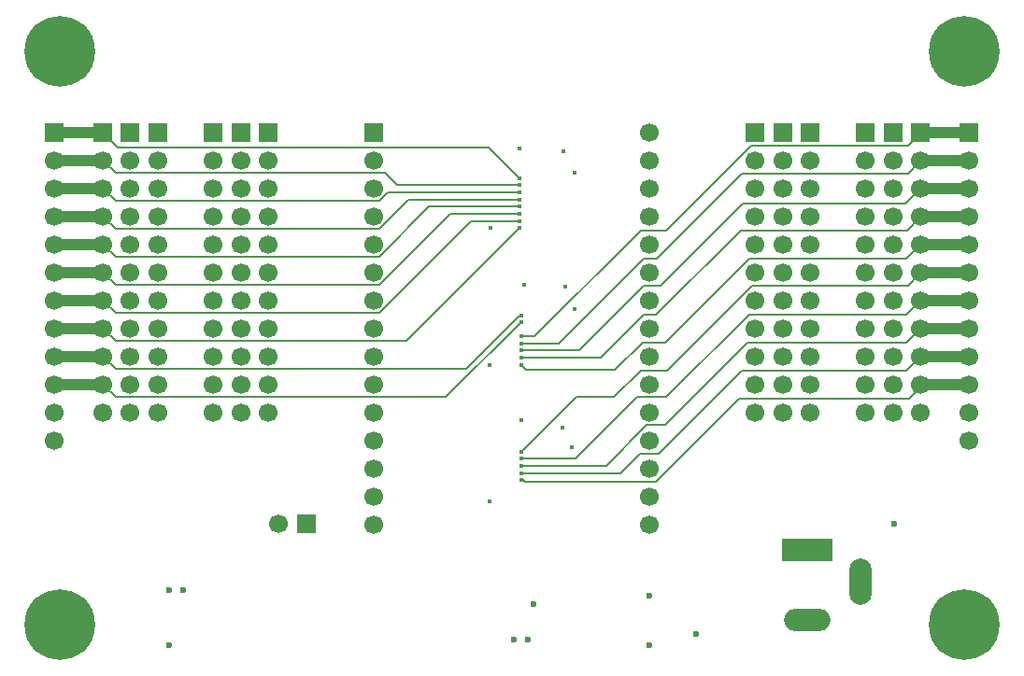
<source format=gbr>
%TF.GenerationSoftware,KiCad,Pcbnew,9.0.7*%
%TF.CreationDate,2026-02-14T10:56:32+01:00*%
%TF.ProjectId,ESP32_5V,45535033-325f-4355-962e-6b696361645f,rev?*%
%TF.SameCoordinates,Original*%
%TF.FileFunction,Copper,L4,Bot*%
%TF.FilePolarity,Positive*%
%FSLAX46Y46*%
G04 Gerber Fmt 4.6, Leading zero omitted, Abs format (unit mm)*
G04 Created by KiCad (PCBNEW 9.0.7) date 2026-02-14 10:56:32*
%MOMM*%
%LPD*%
G01*
G04 APERTURE LIST*
%TA.AperFunction,ComponentPad*%
%ADD10C,0.800000*%
%TD*%
%TA.AperFunction,ComponentPad*%
%ADD11C,6.400000*%
%TD*%
%TA.AperFunction,ComponentPad*%
%ADD12R,4.600000X2.000000*%
%TD*%
%TA.AperFunction,ComponentPad*%
%ADD13O,4.200000X2.000000*%
%TD*%
%TA.AperFunction,ComponentPad*%
%ADD14O,2.000000X4.200000*%
%TD*%
%TA.AperFunction,ComponentPad*%
%ADD15R,1.700000X1.700000*%
%TD*%
%TA.AperFunction,ComponentPad*%
%ADD16C,1.700000*%
%TD*%
%TA.AperFunction,ViaPad*%
%ADD17C,0.600000*%
%TD*%
%TA.AperFunction,ViaPad*%
%ADD18C,0.400000*%
%TD*%
%TA.AperFunction,Conductor*%
%ADD19C,0.200000*%
%TD*%
%TA.AperFunction,Conductor*%
%ADD20C,1.000000*%
%TD*%
G04 APERTURE END LIST*
D10*
%TO.P,H2,1,1*%
%TO.N,GND*%
X142450000Y-35650000D03*
X143152944Y-33952944D03*
X143152944Y-37347056D03*
X144850000Y-33250000D03*
D11*
X144850000Y-35650000D03*
D10*
X144850000Y-38050000D03*
X146547056Y-33952944D03*
X146547056Y-37347056D03*
X147250000Y-35650000D03*
%TD*%
D12*
%TO.P,J17,1*%
%TO.N,VCC*%
X130600000Y-80900000D03*
D13*
%TO.P,J17,2*%
%TO.N,GND*%
X130600000Y-87200000D03*
D14*
%TO.P,J17,3*%
%TO.N,N/C*%
X135400000Y-83800000D03*
%TD*%
D10*
%TO.P,H4,1,1*%
%TO.N,GND*%
X142450000Y-87650000D03*
X143152944Y-85952944D03*
X143152944Y-89347056D03*
X144850000Y-85250000D03*
D11*
X144850000Y-87650000D03*
D10*
X144850000Y-90050000D03*
X146547056Y-85952944D03*
X146547056Y-89347056D03*
X147250000Y-87650000D03*
%TD*%
D15*
%TO.P,J7,1,Pin_1*%
%TO.N,/Conector_3V3/D22*%
X130850000Y-43000000D03*
D16*
%TO.P,J7,2,Pin_2*%
%TO.N,/Conector_3V3/D21*%
X130850000Y-45540000D03*
%TO.P,J7,3,Pin_3*%
%TO.N,/Conector_3V3/D19*%
X130850000Y-48080000D03*
%TO.P,J7,4,Pin_4*%
%TO.N,/Conector_3V3/D18*%
X130850000Y-50620000D03*
%TO.P,J7,5,Pin_5*%
%TO.N,/Conector_3V3/D5*%
X130850000Y-53160000D03*
%TO.P,J7,6,Pin_6*%
%TO.N,/Conector_3V3/D17*%
X130850000Y-55700000D03*
%TO.P,J7,7,Pin_7*%
%TO.N,/Conector_3V3/D16*%
X130850000Y-58240000D03*
%TO.P,J7,8,Pin_8*%
%TO.N,/Conector_3V3/D4*%
X130850000Y-60780000D03*
%TO.P,J7,9,Pin_9*%
%TO.N,/Conector_3V3/D2*%
X130850000Y-63320000D03*
%TO.P,J7,10,Pin_10*%
%TO.N,/Conector_3V3/D15*%
X130850000Y-65860000D03*
%TO.P,J7,11,Pin_11*%
%TO.N,unconnected-(J7-Pin_11-Pad11)*%
X130850000Y-68400000D03*
%TD*%
D15*
%TO.P,J11,1,Pin_1*%
%TO.N,GND*%
X71750000Y-43000000D03*
D16*
%TO.P,J11,2,Pin_2*%
X71750000Y-45540000D03*
%TO.P,J11,3,Pin_3*%
X71750000Y-48080000D03*
%TO.P,J11,4,Pin_4*%
X71750000Y-50620000D03*
%TO.P,J11,5,Pin_5*%
X71750000Y-53160000D03*
%TO.P,J11,6,Pin_6*%
X71750000Y-55700000D03*
%TO.P,J11,7,Pin_7*%
X71750000Y-58240000D03*
%TO.P,J11,8,Pin_8*%
X71750000Y-60780000D03*
%TO.P,J11,9,Pin_9*%
X71750000Y-63320000D03*
%TO.P,J11,10,Pin_10*%
X71750000Y-65860000D03*
%TO.P,J11,11,Pin_11*%
X71750000Y-68400000D03*
%TD*%
D15*
%TO.P,J3,1,Pin_1*%
%TO.N,+3V3*%
X128350000Y-43000000D03*
D16*
%TO.P,J3,2,Pin_2*%
X128350000Y-45540000D03*
%TO.P,J3,3,Pin_3*%
X128350000Y-48080000D03*
%TO.P,J3,4,Pin_4*%
X128350000Y-50620000D03*
%TO.P,J3,5,Pin_5*%
X128350000Y-53160000D03*
%TO.P,J3,6,Pin_6*%
X128350000Y-55700000D03*
%TO.P,J3,7,Pin_7*%
X128350000Y-58240000D03*
%TO.P,J3,8,Pin_8*%
X128350000Y-60780000D03*
%TO.P,J3,9,Pin_9*%
X128350000Y-63320000D03*
%TO.P,J3,10,Pin_10*%
X128350000Y-65860000D03*
%TO.P,J3,11,Pin_11*%
X128350000Y-68400000D03*
%TD*%
D15*
%TO.P,J16,1,Pin_1*%
%TO.N,/Conector_5V/D22_5V*%
X145250000Y-43000000D03*
D16*
%TO.P,J16,2,Pin_2*%
%TO.N,/Conector_5V/D21_5V*%
X145250000Y-45540000D03*
%TO.P,J16,3,Pin_3*%
%TO.N,/Conector_5V/D19_5V*%
X145250000Y-48080000D03*
%TO.P,J16,4,Pin_4*%
%TO.N,/Conector_5V/D18_5V*%
X145250000Y-50620000D03*
%TO.P,J16,5,Pin_5*%
%TO.N,/Conector_5V/D5_5V*%
X145250000Y-53160000D03*
%TO.P,J16,6,Pin_6*%
%TO.N,/Conector_5V/D17_5V*%
X145250000Y-55700000D03*
%TO.P,J16,7,Pin_7*%
%TO.N,/Conector_5V/D16_5V*%
X145250000Y-58240000D03*
%TO.P,J16,8,Pin_8*%
%TO.N,/Conector_5V/D4_5V*%
X145250000Y-60780000D03*
%TO.P,J16,9,Pin_9*%
%TO.N,/Conector_5V/D2_5V*%
X145250000Y-63320000D03*
%TO.P,J16,10,Pin_10*%
%TO.N,/Conector_5V/D15_5V*%
X145250000Y-65860000D03*
%TO.P,J16,11,Pin_11*%
%TO.N,+5V*%
X145250000Y-68400000D03*
%TO.P,J16,12,Pin_12*%
%TO.N,GND*%
X145250000Y-70940000D03*
%TD*%
D15*
%TO.P,J4,1,Pin_1*%
%TO.N,GND*%
X81750000Y-43000000D03*
D16*
%TO.P,J4,2,Pin_2*%
X81750000Y-45540000D03*
%TO.P,J4,3,Pin_3*%
X81750000Y-48080000D03*
%TO.P,J4,4,Pin_4*%
X81750000Y-50620000D03*
%TO.P,J4,5,Pin_5*%
X81750000Y-53160000D03*
%TO.P,J4,6,Pin_6*%
X81750000Y-55700000D03*
%TO.P,J4,7,Pin_7*%
X81750000Y-58240000D03*
%TO.P,J4,8,Pin_8*%
X81750000Y-60780000D03*
%TO.P,J4,9,Pin_9*%
X81750000Y-63320000D03*
%TO.P,J4,10,Pin_10*%
X81750000Y-65860000D03*
%TO.P,J4,11,Pin_11*%
X81750000Y-68400000D03*
%TD*%
D15*
%TO.P,J10,1,Pin_1*%
%TO.N,GND*%
X135850000Y-43040000D03*
D16*
%TO.P,J10,2,Pin_2*%
X135850000Y-45580000D03*
%TO.P,J10,3,Pin_3*%
X135850000Y-48120000D03*
%TO.P,J10,4,Pin_4*%
X135850000Y-50660000D03*
%TO.P,J10,5,Pin_5*%
X135850000Y-53200000D03*
%TO.P,J10,6,Pin_6*%
X135850000Y-55740000D03*
%TO.P,J10,7,Pin_7*%
X135850000Y-58280000D03*
%TO.P,J10,8,Pin_8*%
X135850000Y-60820000D03*
%TO.P,J10,9,Pin_9*%
X135850000Y-63360000D03*
%TO.P,J10,10,Pin_10*%
X135850000Y-65900000D03*
%TO.P,J10,11,Pin_11*%
X135850000Y-68440000D03*
%TD*%
D15*
%TO.P,J15,1,Pin_1*%
%TO.N,/Conector_5V/D34_5V*%
X62350000Y-43000000D03*
D16*
%TO.P,J15,2,Pin_2*%
%TO.N,/Conector_5V/D35_5V*%
X62350000Y-45540000D03*
%TO.P,J15,3,Pin_3*%
%TO.N,/Conector_5V/D32_5V*%
X62350000Y-48080000D03*
%TO.P,J15,4,Pin_4*%
%TO.N,/Conector_5V/D33_5V*%
X62350000Y-50620000D03*
%TO.P,J15,5,Pin_5*%
%TO.N,/Conector_5V/D25_5V*%
X62350000Y-53160000D03*
%TO.P,J15,6,Pin_6*%
%TO.N,/Conector_5V/D26_5V*%
X62350000Y-55700000D03*
%TO.P,J15,7,Pin_7*%
%TO.N,/Conector_5V/D27_5V*%
X62350000Y-58240000D03*
%TO.P,J15,8,Pin_8*%
%TO.N,/Conector_5V/D14_5V*%
X62350000Y-60780000D03*
%TO.P,J15,9,Pin_9*%
%TO.N,/Conector_5V/D12_5V*%
X62350000Y-63320000D03*
%TO.P,J15,10,Pin_10*%
%TO.N,/Conector_5V/D13_5V*%
X62350000Y-65860000D03*
%TO.P,J15,11,Pin_11*%
%TO.N,+5V*%
X62350000Y-68400000D03*
%TO.P,J15,12,Pin_12*%
%TO.N,GND*%
X62350000Y-70940000D03*
%TD*%
D15*
%TO.P,J9,1,Pin_1*%
%TO.N,+5V*%
X69250000Y-43000000D03*
D16*
%TO.P,J9,2,Pin_2*%
X69250000Y-45540000D03*
%TO.P,J9,3,Pin_3*%
X69250000Y-48080000D03*
%TO.P,J9,4,Pin_4*%
X69250000Y-50620000D03*
%TO.P,J9,5,Pin_5*%
X69250000Y-53160000D03*
%TO.P,J9,6,Pin_6*%
X69250000Y-55700000D03*
%TO.P,J9,7,Pin_7*%
X69250000Y-58240000D03*
%TO.P,J9,8,Pin_8*%
X69250000Y-60780000D03*
%TO.P,J9,9,Pin_9*%
X69250000Y-63320000D03*
%TO.P,J9,10,Pin_10*%
X69250000Y-65860000D03*
%TO.P,J9,11,Pin_11*%
X69250000Y-68400000D03*
%TD*%
D10*
%TO.P,H1,1,1*%
%TO.N,GND*%
X60450000Y-35650000D03*
X61152944Y-33952944D03*
X61152944Y-37347056D03*
X62850000Y-33250000D03*
D11*
X62850000Y-35650000D03*
D10*
X62850000Y-38050000D03*
X64547056Y-33952944D03*
X64547056Y-37347056D03*
X65250000Y-35650000D03*
%TD*%
D15*
%TO.P,J13,1,Pin_1*%
%TO.N,/Conector_5V/D22_5V*%
X140850000Y-43040000D03*
D16*
%TO.P,J13,2,Pin_2*%
%TO.N,/Conector_5V/D21_5V*%
X140850000Y-45580000D03*
%TO.P,J13,3,Pin_3*%
%TO.N,/Conector_5V/D19_5V*%
X140850000Y-48120000D03*
%TO.P,J13,4,Pin_4*%
%TO.N,/Conector_5V/D18_5V*%
X140850000Y-50660000D03*
%TO.P,J13,5,Pin_5*%
%TO.N,/Conector_5V/D5_5V*%
X140850000Y-53200000D03*
%TO.P,J13,6,Pin_6*%
%TO.N,/Conector_5V/D17_5V*%
X140850000Y-55740000D03*
%TO.P,J13,7,Pin_7*%
%TO.N,/Conector_5V/D16_5V*%
X140850000Y-58280000D03*
%TO.P,J13,8,Pin_8*%
%TO.N,/Conector_5V/D4_5V*%
X140850000Y-60820000D03*
%TO.P,J13,9,Pin_9*%
%TO.N,/Conector_5V/D2_5V*%
X140850000Y-63360000D03*
%TO.P,J13,10,Pin_10*%
%TO.N,/Conector_5V/D15_5V*%
X140850000Y-65900000D03*
%TO.P,J13,11,Pin_11*%
%TO.N,unconnected-(J13-Pin_11-Pad11)*%
X140850000Y-68440000D03*
%TD*%
D15*
%TO.P,JP1,1,A*%
%TO.N,Net-(JP1-A)*%
X85250000Y-78500000D03*
D16*
%TO.P,JP1,2,B*%
%TO.N,+5V*%
X82710000Y-78500000D03*
%TD*%
D15*
%TO.P,J5,1,Pin_1*%
%TO.N,GND*%
X125850000Y-43000000D03*
D16*
%TO.P,J5,2,Pin_2*%
X125850000Y-45540000D03*
%TO.P,J5,3,Pin_3*%
X125850000Y-48080000D03*
%TO.P,J5,4,Pin_4*%
X125850000Y-50620000D03*
%TO.P,J5,5,Pin_5*%
X125850000Y-53160000D03*
%TO.P,J5,6,Pin_6*%
X125850000Y-55700000D03*
%TO.P,J5,7,Pin_7*%
X125850000Y-58240000D03*
%TO.P,J5,8,Pin_8*%
X125850000Y-60780000D03*
%TO.P,J5,9,Pin_9*%
X125850000Y-63320000D03*
%TO.P,J5,10,Pin_10*%
X125850000Y-65860000D03*
%TO.P,J5,11,Pin_11*%
X125850000Y-68400000D03*
%TD*%
D15*
%TO.P,J14,1*%
%TO.N,unconnected-(J14-Pad1)*%
X91300000Y-43000000D03*
D16*
%TO.P,J14,2*%
%TO.N,unconnected-(J14-Pad2)*%
X91300000Y-45540000D03*
%TO.P,J14,3*%
%TO.N,unconnected-(J14-Pad3)*%
X91300000Y-48080000D03*
%TO.P,J14,4*%
%TO.N,/Conector_3V3/D34*%
X91300000Y-50620000D03*
%TO.P,J14,5*%
%TO.N,/Conector_3V3/D35*%
X91300000Y-53160000D03*
%TO.P,J14,6*%
%TO.N,/Conector_3V3/D32*%
X91300000Y-55700000D03*
%TO.P,J14,7*%
%TO.N,/Conector_3V3/D33*%
X91300000Y-58240000D03*
%TO.P,J14,8*%
%TO.N,/Conector_3V3/D25*%
X91300000Y-60780000D03*
%TO.P,J14,9*%
%TO.N,/Conector_3V3/D26*%
X91300000Y-63320000D03*
%TO.P,J14,10*%
%TO.N,/Conector_3V3/D27*%
X91300000Y-65860000D03*
%TO.P,J14,11*%
%TO.N,/Conector_3V3/D14*%
X91300000Y-68400000D03*
%TO.P,J14,12*%
%TO.N,/Conector_3V3/D12*%
X91300000Y-70940000D03*
%TO.P,J14,13*%
%TO.N,/Conector_3V3/D13*%
X91300000Y-73480000D03*
%TO.P,J14,14*%
%TO.N,GND*%
X91300000Y-76020000D03*
%TO.P,J14,15*%
%TO.N,Net-(JP1-A)*%
X91300000Y-78560000D03*
%TO.P,J14,16*%
%TO.N,unconnected-(J14-Pad16)*%
X116300000Y-43000000D03*
%TO.P,J14,17*%
%TO.N,/Conector_3V3/D22*%
X116300000Y-45540000D03*
%TO.P,J14,18*%
%TO.N,unconnected-(J14-Pad18)*%
X116300000Y-48080000D03*
%TO.P,J14,19*%
%TO.N,unconnected-(J14-Pad19)*%
X116300000Y-50620000D03*
%TO.P,J14,20*%
%TO.N,/Conector_3V3/D21*%
X116300000Y-53160000D03*
%TO.P,J14,21*%
%TO.N,/Conector_3V3/D19*%
X116300000Y-55700000D03*
%TO.P,J14,22*%
%TO.N,/Conector_3V3/D18*%
X116300000Y-58240000D03*
%TO.P,J14,23*%
%TO.N,/Conector_3V3/D5*%
X116300000Y-60780000D03*
%TO.P,J14,24*%
%TO.N,/Conector_3V3/D17*%
X116300000Y-63320000D03*
%TO.P,J14,25*%
%TO.N,/Conector_3V3/D16*%
X116300000Y-65860000D03*
%TO.P,J14,26*%
%TO.N,/Conector_3V3/D4*%
X116300000Y-68400000D03*
%TO.P,J14,27*%
%TO.N,/Conector_3V3/D2*%
X116300000Y-70940000D03*
%TO.P,J14,28*%
%TO.N,/Conector_3V3/D15*%
X116300000Y-73480000D03*
%TO.P,J14,29*%
%TO.N,GND*%
X116300000Y-76020000D03*
%TO.P,J14,30*%
%TO.N,+3V3*%
X116300000Y-78560000D03*
%TD*%
D15*
%TO.P,J6,1,Pin_1*%
%TO.N,/Conector_3V3/D34*%
X76750000Y-43000000D03*
D16*
%TO.P,J6,2,Pin_2*%
%TO.N,/Conector_3V3/D35*%
X76750000Y-45540000D03*
%TO.P,J6,3,Pin_3*%
%TO.N,/Conector_3V3/D32*%
X76750000Y-48080000D03*
%TO.P,J6,4,Pin_4*%
%TO.N,/Conector_3V3/D33*%
X76750000Y-50620000D03*
%TO.P,J6,5,Pin_5*%
%TO.N,/Conector_3V3/D25*%
X76750000Y-53160000D03*
%TO.P,J6,6,Pin_6*%
%TO.N,/Conector_3V3/D26*%
X76750000Y-55700000D03*
%TO.P,J6,7,Pin_7*%
%TO.N,/Conector_3V3/D27*%
X76750000Y-58240000D03*
%TO.P,J6,8,Pin_8*%
%TO.N,/Conector_3V3/D14*%
X76750000Y-60780000D03*
%TO.P,J6,9,Pin_9*%
%TO.N,/Conector_3V3/D12*%
X76750000Y-63320000D03*
%TO.P,J6,10,Pin_10*%
%TO.N,/Conector_3V3/D13*%
X76750000Y-65860000D03*
%TO.P,J6,11,Pin_11*%
%TO.N,unconnected-(J6-Pin_11-Pad11)*%
X76750000Y-68400000D03*
%TD*%
D15*
%TO.P,J2,1,Pin_1*%
%TO.N,+3V3*%
X79250000Y-43000000D03*
D16*
%TO.P,J2,2,Pin_2*%
X79250000Y-45540000D03*
%TO.P,J2,3,Pin_3*%
X79250000Y-48080000D03*
%TO.P,J2,4,Pin_4*%
X79250000Y-50620000D03*
%TO.P,J2,5,Pin_5*%
X79250000Y-53160000D03*
%TO.P,J2,6,Pin_6*%
X79250000Y-55700000D03*
%TO.P,J2,7,Pin_7*%
X79250000Y-58240000D03*
%TO.P,J2,8,Pin_8*%
X79250000Y-60780000D03*
%TO.P,J2,9,Pin_9*%
X79250000Y-63320000D03*
%TO.P,J2,10,Pin_10*%
X79250000Y-65860000D03*
%TO.P,J2,11,Pin_11*%
X79250000Y-68400000D03*
%TD*%
D15*
%TO.P,J8,1,Pin_1*%
%TO.N,+5V*%
X138350000Y-43040000D03*
D16*
%TO.P,J8,2,Pin_2*%
X138350000Y-45580000D03*
%TO.P,J8,3,Pin_3*%
X138350000Y-48120000D03*
%TO.P,J8,4,Pin_4*%
X138350000Y-50660000D03*
%TO.P,J8,5,Pin_5*%
X138350000Y-53200000D03*
%TO.P,J8,6,Pin_6*%
X138350000Y-55740000D03*
%TO.P,J8,7,Pin_7*%
X138350000Y-58280000D03*
%TO.P,J8,8,Pin_8*%
X138350000Y-60820000D03*
%TO.P,J8,9,Pin_9*%
X138350000Y-63360000D03*
%TO.P,J8,10,Pin_10*%
X138350000Y-65900000D03*
%TO.P,J8,11,Pin_11*%
X138350000Y-68440000D03*
%TD*%
D15*
%TO.P,J12,1,Pin_1*%
%TO.N,/Conector_5V/D34_5V*%
X66750000Y-43000000D03*
D16*
%TO.P,J12,2,Pin_2*%
%TO.N,/Conector_5V/D35_5V*%
X66750000Y-45540000D03*
%TO.P,J12,3,Pin_3*%
%TO.N,/Conector_5V/D32_5V*%
X66750000Y-48080000D03*
%TO.P,J12,4,Pin_4*%
%TO.N,/Conector_5V/D33_5V*%
X66750000Y-50620000D03*
%TO.P,J12,5,Pin_5*%
%TO.N,/Conector_5V/D25_5V*%
X66750000Y-53160000D03*
%TO.P,J12,6,Pin_6*%
%TO.N,/Conector_5V/D26_5V*%
X66750000Y-55700000D03*
%TO.P,J12,7,Pin_7*%
%TO.N,/Conector_5V/D27_5V*%
X66750000Y-58240000D03*
%TO.P,J12,8,Pin_8*%
%TO.N,/Conector_5V/D14_5V*%
X66750000Y-60780000D03*
%TO.P,J12,9,Pin_9*%
%TO.N,/Conector_5V/D12_5V*%
X66750000Y-63320000D03*
%TO.P,J12,10,Pin_10*%
%TO.N,/Conector_5V/D13_5V*%
X66750000Y-65860000D03*
%TO.P,J12,11,Pin_11*%
%TO.N,unconnected-(J12-Pin_11-Pad11)*%
X66750000Y-68400000D03*
%TD*%
D10*
%TO.P,H3,1,1*%
%TO.N,GND*%
X60450000Y-87650000D03*
X61152944Y-85952944D03*
X61152944Y-89347056D03*
X62850000Y-85250000D03*
D11*
X62850000Y-87650000D03*
D10*
X62850000Y-90050000D03*
X64547056Y-85952944D03*
X64547056Y-89347056D03*
X65250000Y-87650000D03*
%TD*%
D17*
%TO.N,+5V*%
X72750000Y-89500000D03*
D18*
X104900000Y-56850000D03*
X104550000Y-44450000D03*
D17*
X138500000Y-78500000D03*
D18*
X108500000Y-44700000D03*
D17*
X120500000Y-88500000D03*
D18*
X108400000Y-69750000D03*
D17*
X105750000Y-85750000D03*
D18*
X108650000Y-57000000D03*
X104700000Y-69100000D03*
%TO.N,GND*%
X101825000Y-76500000D03*
D17*
X104000000Y-89000000D03*
X74000000Y-84500000D03*
D18*
X109550000Y-59050000D03*
D17*
X116250000Y-89500000D03*
X72750000Y-84500000D03*
D18*
X109225000Y-71550000D03*
D17*
X105250000Y-89000000D03*
D18*
X101850000Y-51700000D03*
X101800000Y-64100000D03*
D17*
X116250000Y-85000000D03*
D18*
X109500000Y-46650000D03*
%TO.N,/Conector_5V/D26_5V*%
X104500000Y-50400000D03*
%TO.N,/Conector_5V/D14_5V*%
X104500000Y-51700000D03*
%TO.N,/Conector_5V/D32_5V*%
X104500000Y-48450000D03*
%TO.N,/Conector_5V/D34_5V*%
X104500000Y-47200000D03*
%TO.N,/Conector_5V/D33_5V*%
X104500000Y-49100000D03*
%TO.N,/Conector_5V/D25_5V*%
X104500000Y-49750000D03*
%TO.N,/Conector_5V/D35_5V*%
X104500000Y-47800000D03*
%TO.N,/Conector_5V/D27_5V*%
X104500000Y-51050000D03*
%TO.N,/Conector_5V/D12_5V*%
X104650000Y-59600000D03*
%TO.N,/Conector_5V/D18_5V*%
X104650000Y-63450000D03*
%TO.N,/Conector_5V/D21_5V*%
X104650000Y-62150000D03*
%TO.N,/Conector_5V/D19_5V*%
X104650000Y-62800000D03*
%TO.N,/Conector_5V/D13_5V*%
X104650000Y-60200000D03*
%TO.N,/Conector_5V/D5_5V*%
X104650000Y-64100000D03*
%TO.N,/Conector_5V/D22_5V*%
X104650000Y-61500000D03*
%TO.N,/Conector_5V/D15_5V*%
X104675000Y-74550000D03*
%TO.N,/Conector_5V/D17_5V*%
X104675000Y-72000000D03*
%TO.N,/Conector_5V/D4_5V*%
X104675000Y-73250000D03*
%TO.N,/Conector_5V/D2_5V*%
X104675000Y-73900000D03*
%TO.N,/Conector_5V/D16_5V*%
X104675000Y-72600000D03*
%TD*%
D19*
%TO.N,/Conector_5V/D26_5V*%
X67901000Y-56851000D02*
X66750000Y-55700000D01*
X91776760Y-56851000D02*
X67901000Y-56851000D01*
D20*
X62350000Y-55700000D02*
X66750000Y-55700000D01*
D19*
X104500000Y-50400000D02*
X98227760Y-50400000D01*
X98227760Y-50400000D02*
X91776760Y-56851000D01*
%TO.N,/Conector_5V/D14_5V*%
X104500000Y-51700000D02*
X94269000Y-61931000D01*
X67901000Y-61931000D02*
X66750000Y-60780000D01*
D20*
X62350000Y-60780000D02*
X66750000Y-60780000D01*
D19*
X94269000Y-61931000D02*
X67901000Y-61931000D01*
%TO.N,/Conector_5V/D32_5V*%
X91776760Y-49231000D02*
X67901000Y-49231000D01*
X92557760Y-48450000D02*
X91776760Y-49231000D01*
D20*
X62350000Y-48080000D02*
X66750000Y-48080000D01*
D19*
X104500000Y-48450000D02*
X92557760Y-48450000D01*
X67901000Y-49231000D02*
X66750000Y-48080000D01*
%TO.N,/Conector_5V/D34_5V*%
X101689000Y-44389000D02*
X68139000Y-44389000D01*
D20*
X62350000Y-43000000D02*
X66750000Y-43000000D01*
D19*
X104500000Y-47200000D02*
X101689000Y-44389000D01*
X68139000Y-44389000D02*
X66750000Y-43000000D01*
%TO.N,/Conector_5V/D33_5V*%
X91776760Y-51771000D02*
X67901000Y-51771000D01*
D20*
X62350000Y-50620000D02*
X66750000Y-50620000D01*
D19*
X94447760Y-49100000D02*
X91776760Y-51771000D01*
X104500000Y-49100000D02*
X94447760Y-49100000D01*
X67901000Y-51771000D02*
X66750000Y-50620000D01*
D20*
%TO.N,/Conector_5V/D25_5V*%
X62350000Y-53160000D02*
X66750000Y-53160000D01*
D19*
X67901000Y-54311000D02*
X66750000Y-53160000D01*
X96337760Y-49750000D02*
X91776760Y-54311000D01*
X91776760Y-54311000D02*
X67901000Y-54311000D01*
X104500000Y-49750000D02*
X96337760Y-49750000D01*
%TO.N,/Conector_5V/D35_5V*%
X92336760Y-46691000D02*
X67901000Y-46691000D01*
X93445760Y-47800000D02*
X92336760Y-46691000D01*
X67901000Y-46691000D02*
X66750000Y-45540000D01*
D20*
X62350000Y-45540000D02*
X66750000Y-45540000D01*
D19*
X104500000Y-47800000D02*
X93445760Y-47800000D01*
%TO.N,/Conector_5V/D27_5V*%
X67901000Y-59391000D02*
X66750000Y-58240000D01*
X91776760Y-59391000D02*
X67901000Y-59391000D01*
X100117760Y-51050000D02*
X91776760Y-59391000D01*
D20*
X62350000Y-58240000D02*
X66750000Y-58240000D01*
D19*
X104500000Y-51050000D02*
X100117760Y-51050000D01*
%TO.N,/Conector_5V/D12_5V*%
X99670479Y-64471000D02*
X67901000Y-64471000D01*
X67901000Y-64471000D02*
X66750000Y-63320000D01*
X104650000Y-59600000D02*
X104541479Y-59600000D01*
X104541479Y-59600000D02*
X99670479Y-64471000D01*
D20*
X62350000Y-63320000D02*
X66750000Y-63320000D01*
D19*
%TO.N,/Conector_5V/D18_5V*%
X124550000Y-51900000D02*
X139610000Y-51900000D01*
D20*
X145210000Y-50660000D02*
X145250000Y-50620000D01*
D19*
X111850000Y-63450000D02*
X115750000Y-59550000D01*
X139610000Y-51900000D02*
X140850000Y-50660000D01*
X116900000Y-59550000D02*
X124550000Y-51900000D01*
X115750000Y-59550000D02*
X116900000Y-59550000D01*
D20*
X140850000Y-50660000D02*
X145210000Y-50660000D01*
D19*
X104650000Y-63450000D02*
X111850000Y-63450000D01*
%TO.N,/Conector_5V/D21_5V*%
X145210000Y-45580000D02*
X145250000Y-45540000D01*
X108100000Y-62150000D02*
X115800000Y-54450000D01*
X124669000Y-46731000D02*
X139699000Y-46731000D01*
X139699000Y-46731000D02*
X140850000Y-45580000D01*
X116950000Y-54450000D02*
X124669000Y-46731000D01*
X104650000Y-62150000D02*
X108100000Y-62150000D01*
X115800000Y-54450000D02*
X116950000Y-54450000D01*
D20*
X140850000Y-45580000D02*
X145210000Y-45580000D01*
D19*
%TO.N,/Conector_5V/D19_5V*%
X104650000Y-62800000D02*
X109950000Y-62800000D01*
X117300000Y-56950000D02*
X124781000Y-49469000D01*
X145210000Y-48120000D02*
X145250000Y-48080000D01*
X124781000Y-49469000D02*
X139501000Y-49469000D01*
X109950000Y-62800000D02*
X115800000Y-56950000D01*
X115800000Y-56950000D02*
X117300000Y-56950000D01*
X139501000Y-49469000D02*
X140850000Y-48120000D01*
D20*
X140850000Y-48120000D02*
X145210000Y-48120000D01*
D19*
%TO.N,/Conector_5V/D13_5V*%
X97839000Y-67011000D02*
X67901000Y-67011000D01*
D20*
X62350000Y-65860000D02*
X66750000Y-65860000D01*
D19*
X67901000Y-67011000D02*
X66750000Y-65860000D01*
X104650000Y-60200000D02*
X97839000Y-67011000D01*
%TO.N,/Conector_5V/D5_5V*%
X105100000Y-64550000D02*
X113150000Y-64550000D01*
D20*
X145210000Y-53200000D02*
X145250000Y-53160000D01*
D19*
X104650000Y-64100000D02*
X105100000Y-64550000D01*
X139600000Y-54450000D02*
X140850000Y-53200000D01*
X113150000Y-64550000D02*
X115650000Y-62050000D01*
X117750000Y-62050000D02*
X125350000Y-54450000D01*
D20*
X140850000Y-53200000D02*
X145210000Y-53200000D01*
D19*
X125350000Y-54450000D02*
X139600000Y-54450000D01*
X115650000Y-62050000D02*
X117750000Y-62050000D01*
%TO.N,/Conector_5V/D22_5V*%
X145210000Y-43040000D02*
X145250000Y-43000000D01*
X115500000Y-51900000D02*
X117800000Y-51900000D01*
X117800000Y-51900000D02*
X125509000Y-44191000D01*
D20*
X140850000Y-43040000D02*
X145210000Y-43040000D01*
D19*
X104650000Y-61500000D02*
X105900000Y-61500000D01*
X105900000Y-61500000D02*
X115500000Y-51900000D01*
X139699000Y-44191000D02*
X140850000Y-43040000D01*
X125509000Y-44191000D02*
X139699000Y-44191000D01*
%TO.N,/Conector_5V/D15_5V*%
X139850000Y-67150000D02*
X140850000Y-66150000D01*
X116900000Y-74700000D02*
X124451000Y-67149000D01*
D20*
X145210000Y-65900000D02*
X145250000Y-65860000D01*
D19*
X134699000Y-67149000D02*
X134700000Y-67150000D01*
D20*
X140850000Y-65900000D02*
X145210000Y-65900000D01*
D19*
X140850000Y-66150000D02*
X140850000Y-65900000D01*
X124451000Y-67149000D02*
X134699000Y-67149000D01*
X104837000Y-74550000D02*
X104987000Y-74700000D01*
X134700000Y-67150000D02*
X139850000Y-67150000D01*
X104987000Y-74700000D02*
X116900000Y-74700000D01*
X104675000Y-74550000D02*
X104837000Y-74550000D01*
%TO.N,/Conector_5V/D17_5V*%
X113089000Y-67011000D02*
X115500000Y-64600000D01*
D20*
X140850000Y-55740000D02*
X145210000Y-55740000D01*
D19*
X115500000Y-64600000D02*
X117862240Y-64600000D01*
D20*
X145210000Y-55740000D02*
X145250000Y-55700000D01*
D19*
X104675000Y-72000000D02*
X109664000Y-67011000D01*
X117862240Y-64600000D02*
X125571240Y-56891000D01*
X139699000Y-56891000D02*
X140850000Y-55740000D01*
X109664000Y-67011000D02*
X113089000Y-67011000D01*
X125571240Y-56891000D02*
X139699000Y-56891000D01*
D20*
%TO.N,/Conector_5V/D4_5V*%
X145210000Y-60820000D02*
X145250000Y-60780000D01*
D19*
X104675000Y-73250000D02*
X112362240Y-73250000D01*
X116061240Y-69551000D02*
X117749000Y-69551000D01*
X139570000Y-62100000D02*
X140850000Y-60820000D01*
X112362240Y-73250000D02*
X116061240Y-69551000D01*
X125200000Y-62100000D02*
X139570000Y-62100000D01*
D20*
X140850000Y-60820000D02*
X145210000Y-60820000D01*
D19*
X117749000Y-69551000D02*
X125200000Y-62100000D01*
D20*
%TO.N,/Conector_5V/D2_5V*%
X145210000Y-63360000D02*
X145250000Y-63320000D01*
D19*
X139560000Y-64650000D02*
X140850000Y-63360000D01*
X124700000Y-64650000D02*
X139560000Y-64650000D01*
X113700000Y-73900000D02*
X115400000Y-72200000D01*
X117150000Y-72200000D02*
X124700000Y-64650000D01*
X115400000Y-72200000D02*
X117150000Y-72200000D01*
D20*
X140850000Y-63360000D02*
X145210000Y-63360000D01*
D19*
X104675000Y-73900000D02*
X113700000Y-73900000D01*
D20*
%TO.N,/Conector_5V/D16_5V*%
X140850000Y-58280000D02*
X145210000Y-58280000D01*
D19*
X139580000Y-59550000D02*
X140850000Y-58280000D01*
X104675000Y-72600000D02*
X109600000Y-72600000D01*
X109600000Y-72600000D02*
X115189000Y-67011000D01*
X117839000Y-67011000D02*
X125300000Y-59550000D01*
X115189000Y-67011000D02*
X117839000Y-67011000D01*
X125300000Y-59550000D02*
X139580000Y-59550000D01*
D20*
X145210000Y-58280000D02*
X145250000Y-58240000D01*
%TD*%
M02*

</source>
